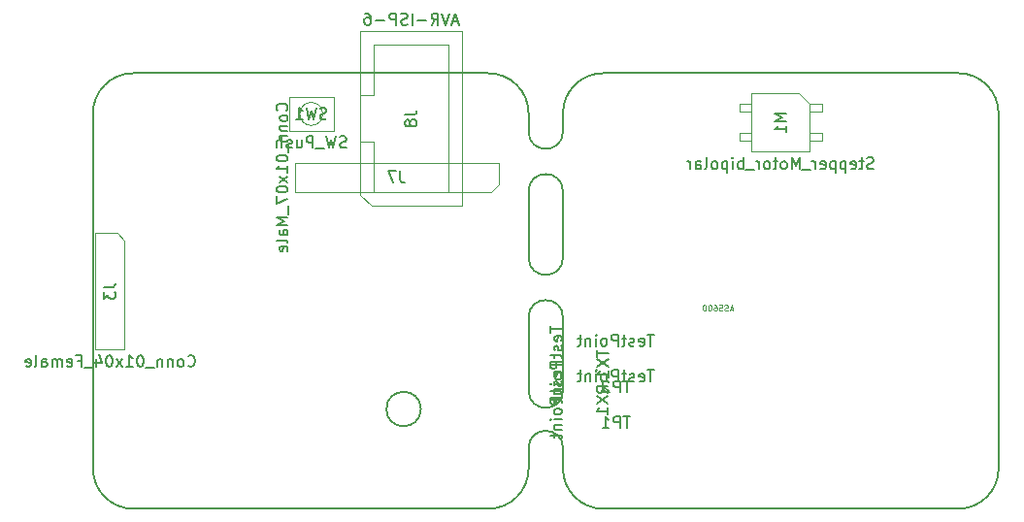
<source format=gbr>
%TF.GenerationSoftware,KiCad,Pcbnew,(5.1.8-0-10_14)*%
%TF.CreationDate,2021-08-30T17:25:53+02:00*%
%TF.ProjectId,ethersweep,65746865-7273-4776-9565-702e6b696361,2.0.1*%
%TF.SameCoordinates,Original*%
%TF.FileFunction,Other,Fab,Bot*%
%FSLAX46Y46*%
G04 Gerber Fmt 4.6, Leading zero omitted, Abs format (unit mm)*
G04 Created by KiCad (PCBNEW (5.1.8-0-10_14)) date 2021-08-30 17:25:53*
%MOMM*%
%LPD*%
G01*
G04 APERTURE LIST*
%TA.AperFunction,Profile*%
%ADD10C,0.150000*%
%TD*%
%ADD11C,0.100000*%
%ADD12C,0.150000*%
%ADD13C,0.015000*%
G04 APERTURE END LIST*
D10*
X221600000Y-26700000D02*
G75*
G02*
X225100000Y-30200000I0J-3500000D01*
G01*
X184100000Y-60700000D02*
X184100000Y-59400000D01*
X187100000Y-31800000D02*
X187100000Y-30700000D01*
X187100000Y-31800000D02*
G75*
G02*
X184100000Y-31800000I-1500000J0D01*
G01*
X187100000Y-61200000D02*
X187100000Y-59400000D01*
X184100000Y-31800000D02*
X184100000Y-30200000D01*
X184100000Y-59400000D02*
G75*
G02*
X187100000Y-59400000I1500000J0D01*
G01*
X187100000Y-42800000D02*
G75*
G02*
X184100000Y-42800000I-1500000J0D01*
G01*
X184100000Y-37000000D02*
G75*
G02*
X187100000Y-37000000I1500000J0D01*
G01*
X187100000Y-42800000D02*
X187100000Y-37000000D01*
X184100000Y-54400000D02*
X184100000Y-48000000D01*
X184100000Y-48000000D02*
G75*
G02*
X187100000Y-48000000I1500000J0D01*
G01*
X184100000Y-42800000D02*
X184100000Y-37000000D01*
X187100000Y-54400000D02*
X187100000Y-48000000D01*
X187100000Y-54400000D02*
G75*
G02*
X184100000Y-54400000I-1500000J0D01*
G01*
X184100000Y-61200000D02*
X184100000Y-60700000D01*
X187100000Y-30200000D02*
X187100000Y-30700000D01*
X174700000Y-56000000D02*
G75*
G03*
X174700000Y-56000000I-1500000J0D01*
G01*
X149600000Y-64700000D02*
G75*
G02*
X146100000Y-61200000I0J3500000D01*
G01*
X149600000Y-64700000D02*
X180600000Y-64700000D01*
X190600000Y-26700000D02*
X221600000Y-26700000D01*
X187100000Y-30200000D02*
G75*
G02*
X190600000Y-26700000I3500000J0D01*
G01*
X225100000Y-61200000D02*
G75*
G02*
X221600000Y-64700000I-3500000J0D01*
G01*
X190600000Y-64700000D02*
G75*
G02*
X187100000Y-61200000I0J3500000D01*
G01*
X190600000Y-64700000D02*
X221600000Y-64700000D01*
X225100000Y-61200000D02*
X225100000Y-30200000D01*
X146100000Y-30200000D02*
X146100000Y-61200000D01*
X184100000Y-61200000D02*
G75*
G02*
X180600000Y-64700000I-3500000J0D01*
G01*
X180600000Y-26700000D02*
G75*
G02*
X184100000Y-30200000I0J-3500000D01*
G01*
X146100000Y-30200000D02*
G75*
G02*
X149600000Y-26700000I3500000J0D01*
G01*
X180600000Y-26700000D02*
X149600000Y-26700000D01*
D11*
X169420000Y-37300000D02*
X170420000Y-38300000D01*
X170420000Y-38300000D02*
X178320000Y-38300000D01*
X178320000Y-38300000D02*
X178320000Y-23020000D01*
X178320000Y-23020000D02*
X169420000Y-23020000D01*
X169420000Y-23020000D02*
X169420000Y-37300000D01*
X169420000Y-32710000D02*
X170620000Y-32710000D01*
X170620000Y-32710000D02*
X170620000Y-37110000D01*
X170620000Y-37110000D02*
X177120000Y-37110000D01*
X177120000Y-37110000D02*
X177120000Y-24210000D01*
X177120000Y-24210000D02*
X170620000Y-24210000D01*
X170620000Y-24210000D02*
X170620000Y-28610000D01*
X170620000Y-28610000D02*
X170620000Y-28610000D01*
X170620000Y-28610000D02*
X169420000Y-28610000D01*
X148870000Y-41265000D02*
X148235000Y-40630000D01*
X148870000Y-50790000D02*
X148870000Y-41265000D01*
X146330000Y-50790000D02*
X148870000Y-50790000D01*
X146330000Y-40630000D02*
X146330000Y-50790000D01*
X148235000Y-40630000D02*
X146330000Y-40630000D01*
X202500000Y-32590000D02*
X203560000Y-32590000D01*
X202500000Y-31950000D02*
X202500000Y-32590000D01*
X203560000Y-31950000D02*
X202500000Y-31950000D01*
X209700000Y-32590000D02*
X208640000Y-32590000D01*
X209700000Y-31950000D02*
X209700000Y-32590000D01*
X208640000Y-31950000D02*
X209700000Y-31950000D01*
X202500000Y-30050000D02*
X203560000Y-30050000D01*
X202500000Y-29410000D02*
X202500000Y-30050000D01*
X203560000Y-29410000D02*
X202500000Y-29410000D01*
X209700000Y-30050000D02*
X208640000Y-30050000D01*
X209700000Y-29410000D02*
X209700000Y-30050000D01*
X208640000Y-29410000D02*
X209700000Y-29410000D01*
X203560000Y-28460000D02*
X203560000Y-33540000D01*
X208640000Y-29410000D02*
X207690000Y-28460000D01*
X208640000Y-33540000D02*
X208640000Y-29410000D01*
X207690000Y-28460000D02*
X203560000Y-28460000D01*
X203560000Y-33540000D02*
X208640000Y-33540000D01*
X163200000Y-28800000D02*
X163200000Y-31700000D01*
X167100000Y-28800000D02*
X163200000Y-28800000D01*
X167100000Y-31700000D02*
X167100000Y-28800000D01*
X163200000Y-31700000D02*
X167100000Y-31700000D01*
X166150000Y-30250000D02*
G75*
G03*
X166150000Y-30250000I-1000000J0D01*
G01*
X180835000Y-37070000D02*
X181470000Y-36435000D01*
X163690000Y-37070000D02*
X180835000Y-37070000D01*
X163690000Y-34530000D02*
X163690000Y-37070000D01*
X181470000Y-34530000D02*
X163690000Y-34530000D01*
X181470000Y-36435000D02*
X181470000Y-34530000D01*
D12*
X177965238Y-22186666D02*
X177489047Y-22186666D01*
X178060476Y-22472380D02*
X177727142Y-21472380D01*
X177393809Y-22472380D01*
X177203333Y-21472380D02*
X176870000Y-22472380D01*
X176536666Y-21472380D01*
X175631904Y-22472380D02*
X175965238Y-21996190D01*
X176203333Y-22472380D02*
X176203333Y-21472380D01*
X175822380Y-21472380D01*
X175727142Y-21520000D01*
X175679523Y-21567619D01*
X175631904Y-21662857D01*
X175631904Y-21805714D01*
X175679523Y-21900952D01*
X175727142Y-21948571D01*
X175822380Y-21996190D01*
X176203333Y-21996190D01*
X175203333Y-22091428D02*
X174441428Y-22091428D01*
X173965238Y-22472380D02*
X173965238Y-21472380D01*
X173536666Y-22424761D02*
X173393809Y-22472380D01*
X173155714Y-22472380D01*
X173060476Y-22424761D01*
X173012857Y-22377142D01*
X172965238Y-22281904D01*
X172965238Y-22186666D01*
X173012857Y-22091428D01*
X173060476Y-22043809D01*
X173155714Y-21996190D01*
X173346190Y-21948571D01*
X173441428Y-21900952D01*
X173489047Y-21853333D01*
X173536666Y-21758095D01*
X173536666Y-21662857D01*
X173489047Y-21567619D01*
X173441428Y-21520000D01*
X173346190Y-21472380D01*
X173108095Y-21472380D01*
X172965238Y-21520000D01*
X172536666Y-22472380D02*
X172536666Y-21472380D01*
X172155714Y-21472380D01*
X172060476Y-21520000D01*
X172012857Y-21567619D01*
X171965238Y-21662857D01*
X171965238Y-21805714D01*
X172012857Y-21900952D01*
X172060476Y-21948571D01*
X172155714Y-21996190D01*
X172536666Y-21996190D01*
X171536666Y-22091428D02*
X170774761Y-22091428D01*
X169870000Y-21472380D02*
X170060476Y-21472380D01*
X170155714Y-21520000D01*
X170203333Y-21567619D01*
X170298571Y-21710476D01*
X170346190Y-21900952D01*
X170346190Y-22281904D01*
X170298571Y-22377142D01*
X170250952Y-22424761D01*
X170155714Y-22472380D01*
X169965238Y-22472380D01*
X169870000Y-22424761D01*
X169822380Y-22377142D01*
X169774761Y-22281904D01*
X169774761Y-22043809D01*
X169822380Y-21948571D01*
X169870000Y-21900952D01*
X169965238Y-21853333D01*
X170155714Y-21853333D01*
X170250952Y-21900952D01*
X170298571Y-21948571D01*
X170346190Y-22043809D01*
X173322380Y-30326666D02*
X174036666Y-30326666D01*
X174179523Y-30279047D01*
X174274761Y-30183809D01*
X174322380Y-30040952D01*
X174322380Y-29945714D01*
X173750952Y-30945714D02*
X173703333Y-30850476D01*
X173655714Y-30802857D01*
X173560476Y-30755238D01*
X173512857Y-30755238D01*
X173417619Y-30802857D01*
X173370000Y-30850476D01*
X173322380Y-30945714D01*
X173322380Y-31136190D01*
X173370000Y-31231428D01*
X173417619Y-31279047D01*
X173512857Y-31326666D01*
X173560476Y-31326666D01*
X173655714Y-31279047D01*
X173703333Y-31231428D01*
X173750952Y-31136190D01*
X173750952Y-30945714D01*
X173798571Y-30850476D01*
X173846190Y-30802857D01*
X173941428Y-30755238D01*
X174131904Y-30755238D01*
X174227142Y-30802857D01*
X174274761Y-30850476D01*
X174322380Y-30945714D01*
X174322380Y-31136190D01*
X174274761Y-31231428D01*
X174227142Y-31279047D01*
X174131904Y-31326666D01*
X173941428Y-31326666D01*
X173846190Y-31279047D01*
X173798571Y-31231428D01*
X173750952Y-31136190D01*
X154385714Y-52207142D02*
X154433333Y-52254761D01*
X154576190Y-52302380D01*
X154671428Y-52302380D01*
X154814285Y-52254761D01*
X154909523Y-52159523D01*
X154957142Y-52064285D01*
X155004761Y-51873809D01*
X155004761Y-51730952D01*
X154957142Y-51540476D01*
X154909523Y-51445238D01*
X154814285Y-51350000D01*
X154671428Y-51302380D01*
X154576190Y-51302380D01*
X154433333Y-51350000D01*
X154385714Y-51397619D01*
X153814285Y-52302380D02*
X153909523Y-52254761D01*
X153957142Y-52207142D01*
X154004761Y-52111904D01*
X154004761Y-51826190D01*
X153957142Y-51730952D01*
X153909523Y-51683333D01*
X153814285Y-51635714D01*
X153671428Y-51635714D01*
X153576190Y-51683333D01*
X153528571Y-51730952D01*
X153480952Y-51826190D01*
X153480952Y-52111904D01*
X153528571Y-52207142D01*
X153576190Y-52254761D01*
X153671428Y-52302380D01*
X153814285Y-52302380D01*
X153052380Y-51635714D02*
X153052380Y-52302380D01*
X153052380Y-51730952D02*
X153004761Y-51683333D01*
X152909523Y-51635714D01*
X152766666Y-51635714D01*
X152671428Y-51683333D01*
X152623809Y-51778571D01*
X152623809Y-52302380D01*
X152147619Y-51635714D02*
X152147619Y-52302380D01*
X152147619Y-51730952D02*
X152100000Y-51683333D01*
X152004761Y-51635714D01*
X151861904Y-51635714D01*
X151766666Y-51683333D01*
X151719047Y-51778571D01*
X151719047Y-52302380D01*
X151480952Y-52397619D02*
X150719047Y-52397619D01*
X150290476Y-51302380D02*
X150195238Y-51302380D01*
X150100000Y-51350000D01*
X150052380Y-51397619D01*
X150004761Y-51492857D01*
X149957142Y-51683333D01*
X149957142Y-51921428D01*
X150004761Y-52111904D01*
X150052380Y-52207142D01*
X150100000Y-52254761D01*
X150195238Y-52302380D01*
X150290476Y-52302380D01*
X150385714Y-52254761D01*
X150433333Y-52207142D01*
X150480952Y-52111904D01*
X150528571Y-51921428D01*
X150528571Y-51683333D01*
X150480952Y-51492857D01*
X150433333Y-51397619D01*
X150385714Y-51350000D01*
X150290476Y-51302380D01*
X149004761Y-52302380D02*
X149576190Y-52302380D01*
X149290476Y-52302380D02*
X149290476Y-51302380D01*
X149385714Y-51445238D01*
X149480952Y-51540476D01*
X149576190Y-51588095D01*
X148671428Y-52302380D02*
X148147619Y-51635714D01*
X148671428Y-51635714D02*
X148147619Y-52302380D01*
X147576190Y-51302380D02*
X147480952Y-51302380D01*
X147385714Y-51350000D01*
X147338095Y-51397619D01*
X147290476Y-51492857D01*
X147242857Y-51683333D01*
X147242857Y-51921428D01*
X147290476Y-52111904D01*
X147338095Y-52207142D01*
X147385714Y-52254761D01*
X147480952Y-52302380D01*
X147576190Y-52302380D01*
X147671428Y-52254761D01*
X147719047Y-52207142D01*
X147766666Y-52111904D01*
X147814285Y-51921428D01*
X147814285Y-51683333D01*
X147766666Y-51492857D01*
X147719047Y-51397619D01*
X147671428Y-51350000D01*
X147576190Y-51302380D01*
X146385714Y-51635714D02*
X146385714Y-52302380D01*
X146623809Y-51254761D02*
X146861904Y-51969047D01*
X146242857Y-51969047D01*
X146100000Y-52397619D02*
X145338095Y-52397619D01*
X144766666Y-51778571D02*
X145100000Y-51778571D01*
X145100000Y-52302380D02*
X145100000Y-51302380D01*
X144623809Y-51302380D01*
X143861904Y-52254761D02*
X143957142Y-52302380D01*
X144147619Y-52302380D01*
X144242857Y-52254761D01*
X144290476Y-52159523D01*
X144290476Y-51778571D01*
X144242857Y-51683333D01*
X144147619Y-51635714D01*
X143957142Y-51635714D01*
X143861904Y-51683333D01*
X143814285Y-51778571D01*
X143814285Y-51873809D01*
X144290476Y-51969047D01*
X143385714Y-52302380D02*
X143385714Y-51635714D01*
X143385714Y-51730952D02*
X143338095Y-51683333D01*
X143242857Y-51635714D01*
X143100000Y-51635714D01*
X143004761Y-51683333D01*
X142957142Y-51778571D01*
X142957142Y-52302380D01*
X142957142Y-51778571D02*
X142909523Y-51683333D01*
X142814285Y-51635714D01*
X142671428Y-51635714D01*
X142576190Y-51683333D01*
X142528571Y-51778571D01*
X142528571Y-52302380D01*
X141623809Y-52302380D02*
X141623809Y-51778571D01*
X141671428Y-51683333D01*
X141766666Y-51635714D01*
X141957142Y-51635714D01*
X142052380Y-51683333D01*
X141623809Y-52254761D02*
X141719047Y-52302380D01*
X141957142Y-52302380D01*
X142052380Y-52254761D01*
X142100000Y-52159523D01*
X142100000Y-52064285D01*
X142052380Y-51969047D01*
X141957142Y-51921428D01*
X141719047Y-51921428D01*
X141623809Y-51873809D01*
X141004761Y-52302380D02*
X141100000Y-52254761D01*
X141147619Y-52159523D01*
X141147619Y-51302380D01*
X140242857Y-52254761D02*
X140338095Y-52302380D01*
X140528571Y-52302380D01*
X140623809Y-52254761D01*
X140671428Y-52159523D01*
X140671428Y-51778571D01*
X140623809Y-51683333D01*
X140528571Y-51635714D01*
X140338095Y-51635714D01*
X140242857Y-51683333D01*
X140195238Y-51778571D01*
X140195238Y-51873809D01*
X140671428Y-51969047D01*
X147052380Y-45376666D02*
X147766666Y-45376666D01*
X147909523Y-45329047D01*
X148004761Y-45233809D01*
X148052380Y-45090952D01*
X148052380Y-44995714D01*
X147052380Y-45757619D02*
X147052380Y-46376666D01*
X147433333Y-46043333D01*
X147433333Y-46186190D01*
X147480952Y-46281428D01*
X147528571Y-46329047D01*
X147623809Y-46376666D01*
X147861904Y-46376666D01*
X147957142Y-46329047D01*
X148004761Y-46281428D01*
X148052380Y-46186190D01*
X148052380Y-45900476D01*
X148004761Y-45805238D01*
X147957142Y-45757619D01*
X214195238Y-35004761D02*
X214052380Y-35052380D01*
X213814285Y-35052380D01*
X213719047Y-35004761D01*
X213671428Y-34957142D01*
X213623809Y-34861904D01*
X213623809Y-34766666D01*
X213671428Y-34671428D01*
X213719047Y-34623809D01*
X213814285Y-34576190D01*
X214004761Y-34528571D01*
X214100000Y-34480952D01*
X214147619Y-34433333D01*
X214195238Y-34338095D01*
X214195238Y-34242857D01*
X214147619Y-34147619D01*
X214100000Y-34100000D01*
X214004761Y-34052380D01*
X213766666Y-34052380D01*
X213623809Y-34100000D01*
X213338095Y-34385714D02*
X212957142Y-34385714D01*
X213195238Y-34052380D02*
X213195238Y-34909523D01*
X213147619Y-35004761D01*
X213052380Y-35052380D01*
X212957142Y-35052380D01*
X212242857Y-35004761D02*
X212338095Y-35052380D01*
X212528571Y-35052380D01*
X212623809Y-35004761D01*
X212671428Y-34909523D01*
X212671428Y-34528571D01*
X212623809Y-34433333D01*
X212528571Y-34385714D01*
X212338095Y-34385714D01*
X212242857Y-34433333D01*
X212195238Y-34528571D01*
X212195238Y-34623809D01*
X212671428Y-34719047D01*
X211766666Y-34385714D02*
X211766666Y-35385714D01*
X211766666Y-34433333D02*
X211671428Y-34385714D01*
X211480952Y-34385714D01*
X211385714Y-34433333D01*
X211338095Y-34480952D01*
X211290476Y-34576190D01*
X211290476Y-34861904D01*
X211338095Y-34957142D01*
X211385714Y-35004761D01*
X211480952Y-35052380D01*
X211671428Y-35052380D01*
X211766666Y-35004761D01*
X210861904Y-34385714D02*
X210861904Y-35385714D01*
X210861904Y-34433333D02*
X210766666Y-34385714D01*
X210576190Y-34385714D01*
X210480952Y-34433333D01*
X210433333Y-34480952D01*
X210385714Y-34576190D01*
X210385714Y-34861904D01*
X210433333Y-34957142D01*
X210480952Y-35004761D01*
X210576190Y-35052380D01*
X210766666Y-35052380D01*
X210861904Y-35004761D01*
X209576190Y-35004761D02*
X209671428Y-35052380D01*
X209861904Y-35052380D01*
X209957142Y-35004761D01*
X210004761Y-34909523D01*
X210004761Y-34528571D01*
X209957142Y-34433333D01*
X209861904Y-34385714D01*
X209671428Y-34385714D01*
X209576190Y-34433333D01*
X209528571Y-34528571D01*
X209528571Y-34623809D01*
X210004761Y-34719047D01*
X209100000Y-35052380D02*
X209100000Y-34385714D01*
X209100000Y-34576190D02*
X209052380Y-34480952D01*
X209004761Y-34433333D01*
X208909523Y-34385714D01*
X208814285Y-34385714D01*
X208719047Y-35147619D02*
X207957142Y-35147619D01*
X207719047Y-35052380D02*
X207719047Y-34052380D01*
X207385714Y-34766666D01*
X207052380Y-34052380D01*
X207052380Y-35052380D01*
X206433333Y-35052380D02*
X206528571Y-35004761D01*
X206576190Y-34957142D01*
X206623809Y-34861904D01*
X206623809Y-34576190D01*
X206576190Y-34480952D01*
X206528571Y-34433333D01*
X206433333Y-34385714D01*
X206290476Y-34385714D01*
X206195238Y-34433333D01*
X206147619Y-34480952D01*
X206100000Y-34576190D01*
X206100000Y-34861904D01*
X206147619Y-34957142D01*
X206195238Y-35004761D01*
X206290476Y-35052380D01*
X206433333Y-35052380D01*
X205814285Y-34385714D02*
X205433333Y-34385714D01*
X205671428Y-34052380D02*
X205671428Y-34909523D01*
X205623809Y-35004761D01*
X205528571Y-35052380D01*
X205433333Y-35052380D01*
X204957142Y-35052380D02*
X205052380Y-35004761D01*
X205100000Y-34957142D01*
X205147619Y-34861904D01*
X205147619Y-34576190D01*
X205100000Y-34480952D01*
X205052380Y-34433333D01*
X204957142Y-34385714D01*
X204814285Y-34385714D01*
X204719047Y-34433333D01*
X204671428Y-34480952D01*
X204623809Y-34576190D01*
X204623809Y-34861904D01*
X204671428Y-34957142D01*
X204719047Y-35004761D01*
X204814285Y-35052380D01*
X204957142Y-35052380D01*
X204195238Y-35052380D02*
X204195238Y-34385714D01*
X204195238Y-34576190D02*
X204147619Y-34480952D01*
X204100000Y-34433333D01*
X204004761Y-34385714D01*
X203909523Y-34385714D01*
X203814285Y-35147619D02*
X203052380Y-35147619D01*
X202814285Y-35052380D02*
X202814285Y-34052380D01*
X202814285Y-34433333D02*
X202719047Y-34385714D01*
X202528571Y-34385714D01*
X202433333Y-34433333D01*
X202385714Y-34480952D01*
X202338095Y-34576190D01*
X202338095Y-34861904D01*
X202385714Y-34957142D01*
X202433333Y-35004761D01*
X202528571Y-35052380D01*
X202719047Y-35052380D01*
X202814285Y-35004761D01*
X201909523Y-35052380D02*
X201909523Y-34385714D01*
X201909523Y-34052380D02*
X201957142Y-34100000D01*
X201909523Y-34147619D01*
X201861904Y-34100000D01*
X201909523Y-34052380D01*
X201909523Y-34147619D01*
X201433333Y-34385714D02*
X201433333Y-35385714D01*
X201433333Y-34433333D02*
X201338095Y-34385714D01*
X201147619Y-34385714D01*
X201052380Y-34433333D01*
X201004761Y-34480952D01*
X200957142Y-34576190D01*
X200957142Y-34861904D01*
X201004761Y-34957142D01*
X201052380Y-35004761D01*
X201147619Y-35052380D01*
X201338095Y-35052380D01*
X201433333Y-35004761D01*
X200385714Y-35052380D02*
X200480952Y-35004761D01*
X200528571Y-34957142D01*
X200576190Y-34861904D01*
X200576190Y-34576190D01*
X200528571Y-34480952D01*
X200480952Y-34433333D01*
X200385714Y-34385714D01*
X200242857Y-34385714D01*
X200147619Y-34433333D01*
X200100000Y-34480952D01*
X200052380Y-34576190D01*
X200052380Y-34861904D01*
X200100000Y-34957142D01*
X200147619Y-35004761D01*
X200242857Y-35052380D01*
X200385714Y-35052380D01*
X199480952Y-35052380D02*
X199576190Y-35004761D01*
X199623809Y-34909523D01*
X199623809Y-34052380D01*
X198671428Y-35052380D02*
X198671428Y-34528571D01*
X198719047Y-34433333D01*
X198814285Y-34385714D01*
X199004761Y-34385714D01*
X199100000Y-34433333D01*
X198671428Y-35004761D02*
X198766666Y-35052380D01*
X199004761Y-35052380D01*
X199100000Y-35004761D01*
X199147619Y-34909523D01*
X199147619Y-34814285D01*
X199100000Y-34719047D01*
X199004761Y-34671428D01*
X198766666Y-34671428D01*
X198671428Y-34623809D01*
X198195238Y-35052380D02*
X198195238Y-34385714D01*
X198195238Y-34576190D02*
X198147619Y-34480952D01*
X198100000Y-34433333D01*
X198004761Y-34385714D01*
X197909523Y-34385714D01*
X206552380Y-30190476D02*
X205552380Y-30190476D01*
X206266666Y-30523809D01*
X205552380Y-30857142D01*
X206552380Y-30857142D01*
X206552380Y-31857142D02*
X206552380Y-31285714D01*
X206552380Y-31571428D02*
X205552380Y-31571428D01*
X205695238Y-31476190D01*
X205790476Y-31380952D01*
X205838095Y-31285714D01*
X168197619Y-33154761D02*
X168054761Y-33202380D01*
X167816666Y-33202380D01*
X167721428Y-33154761D01*
X167673809Y-33107142D01*
X167626190Y-33011904D01*
X167626190Y-32916666D01*
X167673809Y-32821428D01*
X167721428Y-32773809D01*
X167816666Y-32726190D01*
X168007142Y-32678571D01*
X168102380Y-32630952D01*
X168150000Y-32583333D01*
X168197619Y-32488095D01*
X168197619Y-32392857D01*
X168150000Y-32297619D01*
X168102380Y-32250000D01*
X168007142Y-32202380D01*
X167769047Y-32202380D01*
X167626190Y-32250000D01*
X167292857Y-32202380D02*
X167054761Y-33202380D01*
X166864285Y-32488095D01*
X166673809Y-33202380D01*
X166435714Y-32202380D01*
X166292857Y-33297619D02*
X165530952Y-33297619D01*
X165292857Y-33202380D02*
X165292857Y-32202380D01*
X164911904Y-32202380D01*
X164816666Y-32250000D01*
X164769047Y-32297619D01*
X164721428Y-32392857D01*
X164721428Y-32535714D01*
X164769047Y-32630952D01*
X164816666Y-32678571D01*
X164911904Y-32726190D01*
X165292857Y-32726190D01*
X163864285Y-32535714D02*
X163864285Y-33202380D01*
X164292857Y-32535714D02*
X164292857Y-33059523D01*
X164245238Y-33154761D01*
X164150000Y-33202380D01*
X164007142Y-33202380D01*
X163911904Y-33154761D01*
X163864285Y-33107142D01*
X163435714Y-33154761D02*
X163340476Y-33202380D01*
X163150000Y-33202380D01*
X163054761Y-33154761D01*
X163007142Y-33059523D01*
X163007142Y-33011904D01*
X163054761Y-32916666D01*
X163150000Y-32869047D01*
X163292857Y-32869047D01*
X163388095Y-32821428D01*
X163435714Y-32726190D01*
X163435714Y-32678571D01*
X163388095Y-32583333D01*
X163292857Y-32535714D01*
X163150000Y-32535714D01*
X163054761Y-32583333D01*
X162578571Y-33202380D02*
X162578571Y-32202380D01*
X162150000Y-33202380D02*
X162150000Y-32678571D01*
X162197619Y-32583333D01*
X162292857Y-32535714D01*
X162435714Y-32535714D01*
X162530952Y-32583333D01*
X162578571Y-32630952D01*
X166483333Y-30654761D02*
X166340476Y-30702380D01*
X166102380Y-30702380D01*
X166007142Y-30654761D01*
X165959523Y-30607142D01*
X165911904Y-30511904D01*
X165911904Y-30416666D01*
X165959523Y-30321428D01*
X166007142Y-30273809D01*
X166102380Y-30226190D01*
X166292857Y-30178571D01*
X166388095Y-30130952D01*
X166435714Y-30083333D01*
X166483333Y-29988095D01*
X166483333Y-29892857D01*
X166435714Y-29797619D01*
X166388095Y-29750000D01*
X166292857Y-29702380D01*
X166054761Y-29702380D01*
X165911904Y-29750000D01*
X165578571Y-29702380D02*
X165340476Y-30702380D01*
X165150000Y-29988095D01*
X164959523Y-30702380D01*
X164721428Y-29702380D01*
X163816666Y-30702380D02*
X164388095Y-30702380D01*
X164102380Y-30702380D02*
X164102380Y-29702380D01*
X164197619Y-29845238D01*
X164292857Y-29940476D01*
X164388095Y-29988095D01*
D13*
X201909523Y-47283333D02*
X201671428Y-47283333D01*
X201957142Y-47426190D02*
X201790476Y-46926190D01*
X201623809Y-47426190D01*
X201480952Y-47402380D02*
X201409523Y-47426190D01*
X201290476Y-47426190D01*
X201242857Y-47402380D01*
X201219047Y-47378571D01*
X201195238Y-47330952D01*
X201195238Y-47283333D01*
X201219047Y-47235714D01*
X201242857Y-47211904D01*
X201290476Y-47188095D01*
X201385714Y-47164285D01*
X201433333Y-47140476D01*
X201457142Y-47116666D01*
X201480952Y-47069047D01*
X201480952Y-47021428D01*
X201457142Y-46973809D01*
X201433333Y-46950000D01*
X201385714Y-46926190D01*
X201266666Y-46926190D01*
X201195238Y-46950000D01*
X200742857Y-46926190D02*
X200980952Y-46926190D01*
X201004761Y-47164285D01*
X200980952Y-47140476D01*
X200933333Y-47116666D01*
X200814285Y-47116666D01*
X200766666Y-47140476D01*
X200742857Y-47164285D01*
X200719047Y-47211904D01*
X200719047Y-47330952D01*
X200742857Y-47378571D01*
X200766666Y-47402380D01*
X200814285Y-47426190D01*
X200933333Y-47426190D01*
X200980952Y-47402380D01*
X201004761Y-47378571D01*
X200290476Y-46926190D02*
X200385714Y-46926190D01*
X200433333Y-46950000D01*
X200457142Y-46973809D01*
X200504761Y-47045238D01*
X200528571Y-47140476D01*
X200528571Y-47330952D01*
X200504761Y-47378571D01*
X200480952Y-47402380D01*
X200433333Y-47426190D01*
X200338095Y-47426190D01*
X200290476Y-47402380D01*
X200266666Y-47378571D01*
X200242857Y-47330952D01*
X200242857Y-47211904D01*
X200266666Y-47164285D01*
X200290476Y-47140476D01*
X200338095Y-47116666D01*
X200433333Y-47116666D01*
X200480952Y-47140476D01*
X200504761Y-47164285D01*
X200528571Y-47211904D01*
X199933333Y-46926190D02*
X199885714Y-46926190D01*
X199838095Y-46950000D01*
X199814285Y-46973809D01*
X199790476Y-47021428D01*
X199766666Y-47116666D01*
X199766666Y-47235714D01*
X199790476Y-47330952D01*
X199814285Y-47378571D01*
X199838095Y-47402380D01*
X199885714Y-47426190D01*
X199933333Y-47426190D01*
X199980952Y-47402380D01*
X200004761Y-47378571D01*
X200028571Y-47330952D01*
X200052380Y-47235714D01*
X200052380Y-47116666D01*
X200028571Y-47021428D01*
X200004761Y-46973809D01*
X199980952Y-46950000D01*
X199933333Y-46926190D01*
X199457142Y-46926190D02*
X199409523Y-46926190D01*
X199361904Y-46950000D01*
X199338095Y-46973809D01*
X199314285Y-47021428D01*
X199290476Y-47116666D01*
X199290476Y-47235714D01*
X199314285Y-47330952D01*
X199338095Y-47378571D01*
X199361904Y-47402380D01*
X199409523Y-47426190D01*
X199457142Y-47426190D01*
X199504761Y-47402380D01*
X199528571Y-47378571D01*
X199552380Y-47330952D01*
X199576190Y-47235714D01*
X199576190Y-47116666D01*
X199552380Y-47021428D01*
X199528571Y-46973809D01*
X199504761Y-46950000D01*
X199457142Y-46926190D01*
D12*
X185977379Y-51866666D02*
X185977379Y-52438095D01*
X186977379Y-52152380D02*
X185977379Y-52152380D01*
X186929760Y-53152380D02*
X186977379Y-53057142D01*
X186977379Y-52866666D01*
X186929760Y-52771428D01*
X186834522Y-52723809D01*
X186453570Y-52723809D01*
X186358332Y-52771428D01*
X186310713Y-52866666D01*
X186310713Y-53057142D01*
X186358332Y-53152380D01*
X186453570Y-53200000D01*
X186548808Y-53200000D01*
X186644046Y-52723809D01*
X186929760Y-53580952D02*
X186977379Y-53676190D01*
X186977379Y-53866666D01*
X186929760Y-53961904D01*
X186834522Y-54009523D01*
X186786903Y-54009523D01*
X186691665Y-53961904D01*
X186644046Y-53866666D01*
X186644046Y-53723809D01*
X186596427Y-53628571D01*
X186501189Y-53580952D01*
X186453570Y-53580952D01*
X186358332Y-53628571D01*
X186310713Y-53723809D01*
X186310713Y-53866666D01*
X186358332Y-53961904D01*
X186310713Y-54295238D02*
X186310713Y-54676190D01*
X185977379Y-54438095D02*
X186834522Y-54438095D01*
X186929760Y-54485714D01*
X186977379Y-54580952D01*
X186977379Y-54676190D01*
X186977379Y-55009523D02*
X185977379Y-55009523D01*
X185977379Y-55390476D01*
X186024999Y-55485714D01*
X186072618Y-55533333D01*
X186167856Y-55580952D01*
X186310713Y-55580952D01*
X186405951Y-55533333D01*
X186453570Y-55485714D01*
X186501189Y-55390476D01*
X186501189Y-55009523D01*
X186977379Y-56152380D02*
X186929760Y-56057142D01*
X186882141Y-56009523D01*
X186786903Y-55961904D01*
X186501189Y-55961904D01*
X186405951Y-56009523D01*
X186358332Y-56057142D01*
X186310713Y-56152380D01*
X186310713Y-56295238D01*
X186358332Y-56390476D01*
X186405951Y-56438095D01*
X186501189Y-56485714D01*
X186786903Y-56485714D01*
X186882141Y-56438095D01*
X186929760Y-56390476D01*
X186977379Y-56295238D01*
X186977379Y-56152380D01*
X186977379Y-56914285D02*
X186310713Y-56914285D01*
X185977379Y-56914285D02*
X186024999Y-56866666D01*
X186072618Y-56914285D01*
X186024999Y-56961904D01*
X185977379Y-56914285D01*
X186072618Y-56914285D01*
X186310713Y-57390476D02*
X186977379Y-57390476D01*
X186405951Y-57390476D02*
X186358332Y-57438095D01*
X186310713Y-57533333D01*
X186310713Y-57676190D01*
X186358332Y-57771428D01*
X186453570Y-57819047D01*
X186977379Y-57819047D01*
X186310713Y-58152380D02*
X186310713Y-58533333D01*
X185977379Y-58295238D02*
X186834522Y-58295238D01*
X186929760Y-58342857D01*
X186977379Y-58438095D01*
X186977379Y-58533333D01*
X191027379Y-54557142D02*
X190551189Y-54223809D01*
X191027379Y-53985714D02*
X190027379Y-53985714D01*
X190027379Y-54366666D01*
X190074999Y-54461904D01*
X190122618Y-54509523D01*
X190217856Y-54557142D01*
X190360713Y-54557142D01*
X190455951Y-54509523D01*
X190503570Y-54461904D01*
X190551189Y-54366666D01*
X190551189Y-53985714D01*
X190027379Y-54890476D02*
X191027379Y-55557142D01*
X190027379Y-55557142D02*
X191027379Y-54890476D01*
X191027379Y-56461904D02*
X191027379Y-55890476D01*
X191027379Y-56176190D02*
X190027379Y-56176190D01*
X190170237Y-56080952D01*
X190265475Y-55985714D01*
X190313094Y-55890476D01*
X186002380Y-48766666D02*
X186002380Y-49338095D01*
X187002380Y-49052380D02*
X186002380Y-49052380D01*
X186954761Y-50052380D02*
X187002380Y-49957142D01*
X187002380Y-49766666D01*
X186954761Y-49671428D01*
X186859523Y-49623809D01*
X186478571Y-49623809D01*
X186383333Y-49671428D01*
X186335714Y-49766666D01*
X186335714Y-49957142D01*
X186383333Y-50052380D01*
X186478571Y-50100000D01*
X186573809Y-50100000D01*
X186669047Y-49623809D01*
X186954761Y-50480952D02*
X187002380Y-50576190D01*
X187002380Y-50766666D01*
X186954761Y-50861904D01*
X186859523Y-50909523D01*
X186811904Y-50909523D01*
X186716666Y-50861904D01*
X186669047Y-50766666D01*
X186669047Y-50623809D01*
X186621428Y-50528571D01*
X186526190Y-50480952D01*
X186478571Y-50480952D01*
X186383333Y-50528571D01*
X186335714Y-50623809D01*
X186335714Y-50766666D01*
X186383333Y-50861904D01*
X186335714Y-51195238D02*
X186335714Y-51576190D01*
X186002380Y-51338095D02*
X186859523Y-51338095D01*
X186954761Y-51385714D01*
X187002380Y-51480952D01*
X187002380Y-51576190D01*
X187002380Y-51909523D02*
X186002380Y-51909523D01*
X186002380Y-52290476D01*
X186050000Y-52385714D01*
X186097619Y-52433333D01*
X186192857Y-52480952D01*
X186335714Y-52480952D01*
X186430952Y-52433333D01*
X186478571Y-52385714D01*
X186526190Y-52290476D01*
X186526190Y-51909523D01*
X187002380Y-53052380D02*
X186954761Y-52957142D01*
X186907142Y-52909523D01*
X186811904Y-52861904D01*
X186526190Y-52861904D01*
X186430952Y-52909523D01*
X186383333Y-52957142D01*
X186335714Y-53052380D01*
X186335714Y-53195238D01*
X186383333Y-53290476D01*
X186430952Y-53338095D01*
X186526190Y-53385714D01*
X186811904Y-53385714D01*
X186907142Y-53338095D01*
X186954761Y-53290476D01*
X187002380Y-53195238D01*
X187002380Y-53052380D01*
X187002380Y-53814285D02*
X186335714Y-53814285D01*
X186002380Y-53814285D02*
X186050000Y-53766666D01*
X186097619Y-53814285D01*
X186050000Y-53861904D01*
X186002380Y-53814285D01*
X186097619Y-53814285D01*
X186335714Y-54290476D02*
X187002380Y-54290476D01*
X186430952Y-54290476D02*
X186383333Y-54338095D01*
X186335714Y-54433333D01*
X186335714Y-54576190D01*
X186383333Y-54671428D01*
X186478571Y-54719047D01*
X187002380Y-54719047D01*
X186335714Y-55052380D02*
X186335714Y-55433333D01*
X186002380Y-55195238D02*
X186859523Y-55195238D01*
X186954761Y-55242857D01*
X187002380Y-55338095D01*
X187002380Y-55433333D01*
X190052380Y-50861904D02*
X190052380Y-51433333D01*
X191052380Y-51147619D02*
X190052380Y-51147619D01*
X190052380Y-51671428D02*
X191052380Y-52338095D01*
X190052380Y-52338095D02*
X191052380Y-51671428D01*
X191052380Y-53242857D02*
X191052380Y-52671428D01*
X191052380Y-52957142D02*
X190052380Y-52957142D01*
X190195238Y-52861904D01*
X190290476Y-52766666D01*
X190338095Y-52671428D01*
X195033333Y-52602380D02*
X194461904Y-52602380D01*
X194747619Y-53602380D02*
X194747619Y-52602380D01*
X193747619Y-53554761D02*
X193842857Y-53602380D01*
X194033333Y-53602380D01*
X194128571Y-53554761D01*
X194176190Y-53459523D01*
X194176190Y-53078571D01*
X194128571Y-52983333D01*
X194033333Y-52935714D01*
X193842857Y-52935714D01*
X193747619Y-52983333D01*
X193700000Y-53078571D01*
X193700000Y-53173809D01*
X194176190Y-53269047D01*
X193319047Y-53554761D02*
X193223809Y-53602380D01*
X193033333Y-53602380D01*
X192938095Y-53554761D01*
X192890476Y-53459523D01*
X192890476Y-53411904D01*
X192938095Y-53316666D01*
X193033333Y-53269047D01*
X193176190Y-53269047D01*
X193271428Y-53221428D01*
X193319047Y-53126190D01*
X193319047Y-53078571D01*
X193271428Y-52983333D01*
X193176190Y-52935714D01*
X193033333Y-52935714D01*
X192938095Y-52983333D01*
X192604761Y-52935714D02*
X192223809Y-52935714D01*
X192461904Y-52602380D02*
X192461904Y-53459523D01*
X192414285Y-53554761D01*
X192319047Y-53602380D01*
X192223809Y-53602380D01*
X191890476Y-53602380D02*
X191890476Y-52602380D01*
X191509523Y-52602380D01*
X191414285Y-52650000D01*
X191366666Y-52697619D01*
X191319047Y-52792857D01*
X191319047Y-52935714D01*
X191366666Y-53030952D01*
X191414285Y-53078571D01*
X191509523Y-53126190D01*
X191890476Y-53126190D01*
X190747619Y-53602380D02*
X190842857Y-53554761D01*
X190890476Y-53507142D01*
X190938095Y-53411904D01*
X190938095Y-53126190D01*
X190890476Y-53030952D01*
X190842857Y-52983333D01*
X190747619Y-52935714D01*
X190604761Y-52935714D01*
X190509523Y-52983333D01*
X190461904Y-53030952D01*
X190414285Y-53126190D01*
X190414285Y-53411904D01*
X190461904Y-53507142D01*
X190509523Y-53554761D01*
X190604761Y-53602380D01*
X190747619Y-53602380D01*
X189985714Y-53602380D02*
X189985714Y-52935714D01*
X189985714Y-52602380D02*
X190033333Y-52650000D01*
X189985714Y-52697619D01*
X189938095Y-52650000D01*
X189985714Y-52602380D01*
X189985714Y-52697619D01*
X189509523Y-52935714D02*
X189509523Y-53602380D01*
X189509523Y-53030952D02*
X189461904Y-52983333D01*
X189366666Y-52935714D01*
X189223809Y-52935714D01*
X189128571Y-52983333D01*
X189080952Y-53078571D01*
X189080952Y-53602380D01*
X188747619Y-52935714D02*
X188366666Y-52935714D01*
X188604761Y-52602380D02*
X188604761Y-53459523D01*
X188557142Y-53554761D01*
X188461904Y-53602380D01*
X188366666Y-53602380D01*
X192961904Y-56652380D02*
X192390476Y-56652380D01*
X192676190Y-57652380D02*
X192676190Y-56652380D01*
X192057142Y-57652380D02*
X192057142Y-56652380D01*
X191676190Y-56652380D01*
X191580952Y-56700000D01*
X191533333Y-56747619D01*
X191485714Y-56842857D01*
X191485714Y-56985714D01*
X191533333Y-57080952D01*
X191580952Y-57128571D01*
X191676190Y-57176190D01*
X192057142Y-57176190D01*
X190533333Y-57652380D02*
X191104761Y-57652380D01*
X190819047Y-57652380D02*
X190819047Y-56652380D01*
X190914285Y-56795238D01*
X191009523Y-56890476D01*
X191104761Y-56938095D01*
X195033333Y-49502380D02*
X194461904Y-49502380D01*
X194747619Y-50502380D02*
X194747619Y-49502380D01*
X193747619Y-50454761D02*
X193842857Y-50502380D01*
X194033333Y-50502380D01*
X194128571Y-50454761D01*
X194176190Y-50359523D01*
X194176190Y-49978571D01*
X194128571Y-49883333D01*
X194033333Y-49835714D01*
X193842857Y-49835714D01*
X193747619Y-49883333D01*
X193700000Y-49978571D01*
X193700000Y-50073809D01*
X194176190Y-50169047D01*
X193319047Y-50454761D02*
X193223809Y-50502380D01*
X193033333Y-50502380D01*
X192938095Y-50454761D01*
X192890476Y-50359523D01*
X192890476Y-50311904D01*
X192938095Y-50216666D01*
X193033333Y-50169047D01*
X193176190Y-50169047D01*
X193271428Y-50121428D01*
X193319047Y-50026190D01*
X193319047Y-49978571D01*
X193271428Y-49883333D01*
X193176190Y-49835714D01*
X193033333Y-49835714D01*
X192938095Y-49883333D01*
X192604761Y-49835714D02*
X192223809Y-49835714D01*
X192461904Y-49502380D02*
X192461904Y-50359523D01*
X192414285Y-50454761D01*
X192319047Y-50502380D01*
X192223809Y-50502380D01*
X191890476Y-50502380D02*
X191890476Y-49502380D01*
X191509523Y-49502380D01*
X191414285Y-49550000D01*
X191366666Y-49597619D01*
X191319047Y-49692857D01*
X191319047Y-49835714D01*
X191366666Y-49930952D01*
X191414285Y-49978571D01*
X191509523Y-50026190D01*
X191890476Y-50026190D01*
X190747619Y-50502380D02*
X190842857Y-50454761D01*
X190890476Y-50407142D01*
X190938095Y-50311904D01*
X190938095Y-50026190D01*
X190890476Y-49930952D01*
X190842857Y-49883333D01*
X190747619Y-49835714D01*
X190604761Y-49835714D01*
X190509523Y-49883333D01*
X190461904Y-49930952D01*
X190414285Y-50026190D01*
X190414285Y-50311904D01*
X190461904Y-50407142D01*
X190509523Y-50454761D01*
X190604761Y-50502380D01*
X190747619Y-50502380D01*
X189985714Y-50502380D02*
X189985714Y-49835714D01*
X189985714Y-49502380D02*
X190033333Y-49550000D01*
X189985714Y-49597619D01*
X189938095Y-49550000D01*
X189985714Y-49502380D01*
X189985714Y-49597619D01*
X189509523Y-49835714D02*
X189509523Y-50502380D01*
X189509523Y-49930952D02*
X189461904Y-49883333D01*
X189366666Y-49835714D01*
X189223809Y-49835714D01*
X189128571Y-49883333D01*
X189080952Y-49978571D01*
X189080952Y-50502380D01*
X188747619Y-49835714D02*
X188366666Y-49835714D01*
X188604761Y-49502380D02*
X188604761Y-50359523D01*
X188557142Y-50454761D01*
X188461904Y-50502380D01*
X188366666Y-50502380D01*
X192961904Y-53552380D02*
X192390476Y-53552380D01*
X192676190Y-54552380D02*
X192676190Y-53552380D01*
X192057142Y-54552380D02*
X192057142Y-53552380D01*
X191676190Y-53552380D01*
X191580952Y-53600000D01*
X191533333Y-53647619D01*
X191485714Y-53742857D01*
X191485714Y-53885714D01*
X191533333Y-53980952D01*
X191580952Y-54028571D01*
X191676190Y-54076190D01*
X192057142Y-54076190D01*
X191104761Y-53647619D02*
X191057142Y-53600000D01*
X190961904Y-53552380D01*
X190723809Y-53552380D01*
X190628571Y-53600000D01*
X190580952Y-53647619D01*
X190533333Y-53742857D01*
X190533333Y-53838095D01*
X190580952Y-53980952D01*
X191152380Y-54552380D01*
X190533333Y-54552380D01*
X162987142Y-29966666D02*
X163034761Y-29919047D01*
X163082380Y-29776190D01*
X163082380Y-29680952D01*
X163034761Y-29538095D01*
X162939523Y-29442857D01*
X162844285Y-29395238D01*
X162653809Y-29347619D01*
X162510952Y-29347619D01*
X162320476Y-29395238D01*
X162225238Y-29442857D01*
X162130000Y-29538095D01*
X162082380Y-29680952D01*
X162082380Y-29776190D01*
X162130000Y-29919047D01*
X162177619Y-29966666D01*
X163082380Y-30538095D02*
X163034761Y-30442857D01*
X162987142Y-30395238D01*
X162891904Y-30347619D01*
X162606190Y-30347619D01*
X162510952Y-30395238D01*
X162463333Y-30442857D01*
X162415714Y-30538095D01*
X162415714Y-30680952D01*
X162463333Y-30776190D01*
X162510952Y-30823809D01*
X162606190Y-30871428D01*
X162891904Y-30871428D01*
X162987142Y-30823809D01*
X163034761Y-30776190D01*
X163082380Y-30680952D01*
X163082380Y-30538095D01*
X162415714Y-31300000D02*
X163082380Y-31300000D01*
X162510952Y-31300000D02*
X162463333Y-31347619D01*
X162415714Y-31442857D01*
X162415714Y-31585714D01*
X162463333Y-31680952D01*
X162558571Y-31728571D01*
X163082380Y-31728571D01*
X162415714Y-32204761D02*
X163082380Y-32204761D01*
X162510952Y-32204761D02*
X162463333Y-32252380D01*
X162415714Y-32347619D01*
X162415714Y-32490476D01*
X162463333Y-32585714D01*
X162558571Y-32633333D01*
X163082380Y-32633333D01*
X163177619Y-32871428D02*
X163177619Y-33633333D01*
X162082380Y-34061904D02*
X162082380Y-34157142D01*
X162130000Y-34252380D01*
X162177619Y-34300000D01*
X162272857Y-34347619D01*
X162463333Y-34395238D01*
X162701428Y-34395238D01*
X162891904Y-34347619D01*
X162987142Y-34300000D01*
X163034761Y-34252380D01*
X163082380Y-34157142D01*
X163082380Y-34061904D01*
X163034761Y-33966666D01*
X162987142Y-33919047D01*
X162891904Y-33871428D01*
X162701428Y-33823809D01*
X162463333Y-33823809D01*
X162272857Y-33871428D01*
X162177619Y-33919047D01*
X162130000Y-33966666D01*
X162082380Y-34061904D01*
X163082380Y-35347619D02*
X163082380Y-34776190D01*
X163082380Y-35061904D02*
X162082380Y-35061904D01*
X162225238Y-34966666D01*
X162320476Y-34871428D01*
X162368095Y-34776190D01*
X163082380Y-35680952D02*
X162415714Y-36204761D01*
X162415714Y-35680952D02*
X163082380Y-36204761D01*
X162082380Y-36776190D02*
X162082380Y-36871428D01*
X162130000Y-36966666D01*
X162177619Y-37014285D01*
X162272857Y-37061904D01*
X162463333Y-37109523D01*
X162701428Y-37109523D01*
X162891904Y-37061904D01*
X162987142Y-37014285D01*
X163034761Y-36966666D01*
X163082380Y-36871428D01*
X163082380Y-36776190D01*
X163034761Y-36680952D01*
X162987142Y-36633333D01*
X162891904Y-36585714D01*
X162701428Y-36538095D01*
X162463333Y-36538095D01*
X162272857Y-36585714D01*
X162177619Y-36633333D01*
X162130000Y-36680952D01*
X162082380Y-36776190D01*
X162082380Y-37442857D02*
X162082380Y-38109523D01*
X163082380Y-37680952D01*
X163177619Y-38252380D02*
X163177619Y-39014285D01*
X163082380Y-39252380D02*
X162082380Y-39252380D01*
X162796666Y-39585714D01*
X162082380Y-39919047D01*
X163082380Y-39919047D01*
X163082380Y-40823809D02*
X162558571Y-40823809D01*
X162463333Y-40776190D01*
X162415714Y-40680952D01*
X162415714Y-40490476D01*
X162463333Y-40395238D01*
X163034761Y-40823809D02*
X163082380Y-40728571D01*
X163082380Y-40490476D01*
X163034761Y-40395238D01*
X162939523Y-40347619D01*
X162844285Y-40347619D01*
X162749047Y-40395238D01*
X162701428Y-40490476D01*
X162701428Y-40728571D01*
X162653809Y-40823809D01*
X163082380Y-41442857D02*
X163034761Y-41347619D01*
X162939523Y-41300000D01*
X162082380Y-41300000D01*
X163034761Y-42204761D02*
X163082380Y-42109523D01*
X163082380Y-41919047D01*
X163034761Y-41823809D01*
X162939523Y-41776190D01*
X162558571Y-41776190D01*
X162463333Y-41823809D01*
X162415714Y-41919047D01*
X162415714Y-42109523D01*
X162463333Y-42204761D01*
X162558571Y-42252380D01*
X162653809Y-42252380D01*
X162749047Y-41776190D01*
X172913333Y-35252380D02*
X172913333Y-35966666D01*
X172960952Y-36109523D01*
X173056190Y-36204761D01*
X173199047Y-36252380D01*
X173294285Y-36252380D01*
X172532380Y-35252380D02*
X171865714Y-35252380D01*
X172294285Y-36252380D01*
M02*

</source>
